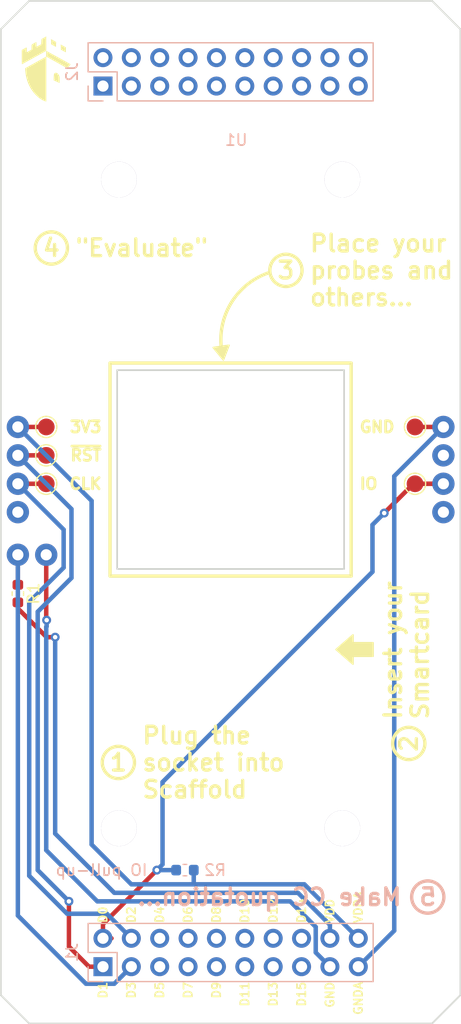
<source format=kicad_pcb>
(kicad_pcb (version 20171130) (host pcbnew 5.0.2-bee76a0~70~ubuntu18.04.1)

  (general
    (thickness 1.6)
    (drawings 60)
    (tracks 77)
    (zones 0)
    (modules 11)
    (nets 44)
  )

  (page A4)
  (title_block
    (title "Scaffold smartcard daughterboard")
    (date 2019-07-23)
    (company "LEDGER SAS")
    (comment 1 "Under LGPL v3 license")
  )

  (layers
    (0 F.Cu signal)
    (31 B.Cu signal)
    (32 B.Adhes user)
    (33 F.Adhes user)
    (34 B.Paste user)
    (35 F.Paste user)
    (36 B.SilkS user)
    (37 F.SilkS user)
    (38 B.Mask user)
    (39 F.Mask user)
    (40 Dwgs.User user)
    (41 Cmts.User user)
    (42 Eco1.User user)
    (43 Eco2.User user)
    (44 Edge.Cuts user)
    (45 Margin user)
    (46 B.CrtYd user)
    (47 F.CrtYd user)
    (48 B.Fab user hide)
    (49 F.Fab user hide)
  )

  (setup
    (last_trace_width 0.25)
    (trace_clearance 0.2)
    (zone_clearance 0.254)
    (zone_45_only no)
    (trace_min 0.2)
    (segment_width 0.2)
    (edge_width 0.15)
    (via_size 0.8)
    (via_drill 0.4)
    (via_min_size 0.4)
    (via_min_drill 0.3)
    (uvia_size 0.3)
    (uvia_drill 0.1)
    (uvias_allowed no)
    (uvia_min_size 0.2)
    (uvia_min_drill 0.1)
    (pcb_text_width 0.3)
    (pcb_text_size 1.5 1.5)
    (mod_edge_width 0.15)
    (mod_text_size 1 1)
    (mod_text_width 0.15)
    (pad_size 1.524 1.524)
    (pad_drill 0.762)
    (pad_to_mask_clearance 0.2)
    (solder_mask_min_width 0.25)
    (aux_axis_origin 0 0)
    (grid_origin 93.101017 97.131027)
    (visible_elements FFFFFF7F)
    (pcbplotparams
      (layerselection 0x010fc_ffffffff)
      (usegerberextensions false)
      (usegerberattributes false)
      (usegerberadvancedattributes false)
      (creategerberjobfile false)
      (excludeedgelayer true)
      (linewidth 0.100000)
      (plotframeref false)
      (viasonmask false)
      (mode 1)
      (useauxorigin false)
      (hpglpennumber 1)
      (hpglpenspeed 20)
      (hpglpendiameter 15.000000)
      (psnegative false)
      (psa4output false)
      (plotreference true)
      (plotvalue true)
      (plotinvisibletext false)
      (padsonsilk false)
      (subtractmaskfromsilk false)
      (outputformat 1)
      (mirror false)
      (drillshape 0)
      (scaleselection 1)
      (outputdirectory "gerber"))
  )

  (net 0 "")
  (net 1 GNDA)
  (net 2 GND)
  (net 3 "Net-(U1-Pad6)")
  (net 4 "Net-(U1-Pad8)")
  (net 5 "Net-(U1-Pad4)")
  (net 6 /D0_IO)
  (net 7 /D2_CLK)
  (net 8 /D1_~RST~)
  (net 9 /D3_SENSE)
  (net 10 VDDA)
  (net 11 VDD)
  (net 12 "Net-(J1-Pad5)")
  (net 13 "Net-(J1-Pad6)")
  (net 14 "Net-(J1-Pad7)")
  (net 15 "Net-(J1-Pad8)")
  (net 16 "Net-(J1-Pad9)")
  (net 17 "Net-(J1-Pad10)")
  (net 18 "Net-(J1-Pad11)")
  (net 19 "Net-(J1-Pad12)")
  (net 20 "Net-(J1-Pad13)")
  (net 21 "Net-(J1-Pad14)")
  (net 22 "Net-(J1-Pad15)")
  (net 23 "Net-(J1-Pad16)")
  (net 24 "Net-(J2-Pad20)")
  (net 25 "Net-(J2-Pad19)")
  (net 26 "Net-(J2-Pad18)")
  (net 27 "Net-(J2-Pad17)")
  (net 28 "Net-(J2-Pad16)")
  (net 29 "Net-(J2-Pad15)")
  (net 30 "Net-(J2-Pad14)")
  (net 31 "Net-(J2-Pad13)")
  (net 32 "Net-(J2-Pad12)")
  (net 33 "Net-(J2-Pad11)")
  (net 34 "Net-(J2-Pad10)")
  (net 35 "Net-(J2-Pad9)")
  (net 36 "Net-(J2-Pad8)")
  (net 37 "Net-(J2-Pad7)")
  (net 38 "Net-(J2-Pad6)")
  (net 39 "Net-(J2-Pad5)")
  (net 40 "Net-(J2-Pad4)")
  (net 41 "Net-(J2-Pad3)")
  (net 42 "Net-(J2-Pad2)")
  (net 43 "Net-(J2-Pad1)")

  (net_class Default "This is the default net class."
    (clearance 0.2)
    (trace_width 0.25)
    (via_dia 0.8)
    (via_drill 0.4)
    (uvia_dia 0.3)
    (uvia_drill 0.1)
    (add_net /D0_IO)
    (add_net /D1_~RST~)
    (add_net /D2_CLK)
    (add_net /D3_SENSE)
    (add_net GND)
    (add_net GNDA)
    (add_net "Net-(J1-Pad10)")
    (add_net "Net-(J1-Pad11)")
    (add_net "Net-(J1-Pad12)")
    (add_net "Net-(J1-Pad13)")
    (add_net "Net-(J1-Pad14)")
    (add_net "Net-(J1-Pad15)")
    (add_net "Net-(J1-Pad16)")
    (add_net "Net-(J1-Pad5)")
    (add_net "Net-(J1-Pad6)")
    (add_net "Net-(J1-Pad7)")
    (add_net "Net-(J1-Pad8)")
    (add_net "Net-(J1-Pad9)")
    (add_net "Net-(J2-Pad1)")
    (add_net "Net-(J2-Pad10)")
    (add_net "Net-(J2-Pad11)")
    (add_net "Net-(J2-Pad12)")
    (add_net "Net-(J2-Pad13)")
    (add_net "Net-(J2-Pad14)")
    (add_net "Net-(J2-Pad15)")
    (add_net "Net-(J2-Pad16)")
    (add_net "Net-(J2-Pad17)")
    (add_net "Net-(J2-Pad18)")
    (add_net "Net-(J2-Pad19)")
    (add_net "Net-(J2-Pad2)")
    (add_net "Net-(J2-Pad20)")
    (add_net "Net-(J2-Pad3)")
    (add_net "Net-(J2-Pad4)")
    (add_net "Net-(J2-Pad5)")
    (add_net "Net-(J2-Pad6)")
    (add_net "Net-(J2-Pad7)")
    (add_net "Net-(J2-Pad8)")
    (add_net "Net-(J2-Pad9)")
    (add_net "Net-(U1-Pad4)")
    (add_net "Net-(U1-Pad6)")
    (add_net "Net-(U1-Pad8)")
    (add_net VDD)
    (add_net VDDA)
  )

  (module mykicadlibs:AMPHENOL_SMARTCARD_7334L2622F04LF (layer B.Cu) (tedit 5C091C65) (tstamp 5C097D70)
    (at 112.151017 104.011027 270)
    (path /5C12C1B8)
    (fp_text reference U1 (at -32.534 -0.5) (layer B.SilkS)
      (effects (font (size 1 1) (thickness 0.15)) (justify mirror))
    )
    (fp_text value 7334L2622F04LF (at 0 0.5 270) (layer B.Fab)
      (effects (font (size 1 1) (thickness 0.15)) (justify mirror))
    )
    (fp_line (start -31 20) (end 31 20) (layer B.Fab) (width 0.15))
    (fp_line (start 31 20) (end 31 -20) (layer B.Fab) (width 0.15))
    (fp_line (start 31 -20) (end -31 -20) (layer B.Fab) (width 0.15))
    (fp_line (start -31 -20) (end -31 20) (layer B.Fab) (width 0.15))
    (fp_line (start -31.5 20.5) (end 31.5 20.5) (layer B.CrtYd) (width 0.15))
    (fp_line (start 31.5 20.5) (end 31.5 -20.5) (layer B.CrtYd) (width 0.15))
    (fp_line (start 31.5 -20.5) (end -31.5 -20.5) (layer B.CrtYd) (width 0.15))
    (fp_line (start -31.5 -20.5) (end -31.5 20.5) (layer B.CrtYd) (width 0.15))
    (fp_line (start -30 -20) (end -28 -15) (layer B.Fab) (width 0.15))
    (fp_line (start -28 -15) (end -28 18) (layer B.Fab) (width 0.15))
    (fp_line (start -28 18) (end 28 18) (layer B.Fab) (width 0.15))
    (fp_line (start 28 18) (end 28 -15) (layer B.Fab) (width 0.15))
    (fp_line (start 28 -15) (end 30 -20) (layer B.Fab) (width 0.15))
    (pad ~ thru_hole circle (at 29 -10 270) (size 3.2 3.2) (drill 3.2) (layers *.Cu *.Mask))
    (pad ~ thru_hole circle (at 29 10 270) (size 3.2 3.2) (drill 3.2) (layers *.Cu *.Mask))
    (pad ~ thru_hole circle (at -29 10 270) (size 3.2 3.2) (drill 3.2) (layers *.Cu *.Mask))
    (pad ~ thru_hole circle (at -29 -10 270) (size 3.2 3.2) (drill 3.2) (layers *.Cu *.Mask))
    (pad 5 thru_hole circle (at -6.88 -19.05 270) (size 2 2) (drill 1) (layers *.Cu *.Mask)
      (net 1 GNDA))
    (pad 6 thru_hole circle (at -4.34 -19.05 270) (size 2 2) (drill 1) (layers *.Cu *.Mask)
      (net 3 "Net-(U1-Pad6)"))
    (pad 7 thru_hole circle (at -1.8 -19.05 270) (size 2 2) (drill 1) (layers *.Cu *.Mask)
      (net 6 /D0_IO))
    (pad 8 thru_hole circle (at 0.74 -19.05 270) (size 2 2) (drill 1) (layers *.Cu *.Mask)
      (net 4 "Net-(U1-Pad8)"))
    (pad 1 thru_hole circle (at -6.88 19.05 270) (size 2 2) (drill 1) (layers *.Cu *.Mask)
      (net 10 VDDA))
    (pad 2 thru_hole circle (at -4.34 19.05 270) (size 2 2) (drill 1) (layers *.Cu *.Mask)
      (net 8 /D1_~RST~))
    (pad 3 thru_hole circle (at -1.8 19.05 270) (size 2 2) (drill 1) (layers *.Cu *.Mask)
      (net 7 /D2_CLK))
    (pad 4 thru_hole circle (at 0.74 19.05 270) (size 2 2) (drill 1) (layers *.Cu *.Mask)
      (net 5 "Net-(U1-Pad4)"))
    (pad 9 thru_hole circle (at 4.55 19.05 270) (size 2 2) (drill 1) (layers *.Cu *.Mask)
      (net 9 /D3_SENSE))
    (pad 10 thru_hole circle (at 4.55 16.51 270) (size 2 2) (drill 1) (layers *.Cu *.Mask)
      (net 2 GND))
    (model /home/ohe/projects/github/scaffold/daughter-boards/smartcard/models/7334L2622F04LFC.stp
      (at (xyz 0 0 0))
      (scale (xyz 1 1 1))
      (rotate (xyz -90 0 0))
    )
  )

  (module Connector_PinSocket_2.54mm:PinSocket_2x10_P2.54mm_Vertical (layer B.Cu) (tedit 5A19A427) (tstamp 5D390043)
    (at 100.721017 66.651027 270)
    (descr "Through hole straight socket strip, 2x10, 2.54mm pitch, double cols (from Kicad 4.0.7), script generated")
    (tags "Through hole socket strip THT 2x10 2.54mm double row")
    (path /5D3C47F2)
    (fp_text reference J2 (at -1.27 2.77 270) (layer B.SilkS)
      (effects (font (size 1 1) (thickness 0.15)) (justify mirror))
    )
    (fp_text value Conn_02x10_Odd_Even (at -1.27 -25.63 270) (layer B.Fab)
      (effects (font (size 1 1) (thickness 0.15)) (justify mirror))
    )
    (fp_text user %R (at -1.27 -11.43 180) (layer B.Fab)
      (effects (font (size 1 1) (thickness 0.15)) (justify mirror))
    )
    (fp_line (start -4.34 -24.6) (end -4.34 1.8) (layer B.CrtYd) (width 0.05))
    (fp_line (start 1.76 -24.6) (end -4.34 -24.6) (layer B.CrtYd) (width 0.05))
    (fp_line (start 1.76 1.8) (end 1.76 -24.6) (layer B.CrtYd) (width 0.05))
    (fp_line (start -4.34 1.8) (end 1.76 1.8) (layer B.CrtYd) (width 0.05))
    (fp_line (start 0 1.33) (end 1.33 1.33) (layer B.SilkS) (width 0.12))
    (fp_line (start 1.33 1.33) (end 1.33 0) (layer B.SilkS) (width 0.12))
    (fp_line (start -1.27 1.33) (end -1.27 -1.27) (layer B.SilkS) (width 0.12))
    (fp_line (start -1.27 -1.27) (end 1.33 -1.27) (layer B.SilkS) (width 0.12))
    (fp_line (start 1.33 -1.27) (end 1.33 -24.19) (layer B.SilkS) (width 0.12))
    (fp_line (start -3.87 -24.19) (end 1.33 -24.19) (layer B.SilkS) (width 0.12))
    (fp_line (start -3.87 1.33) (end -3.87 -24.19) (layer B.SilkS) (width 0.12))
    (fp_line (start -3.87 1.33) (end -1.27 1.33) (layer B.SilkS) (width 0.12))
    (fp_line (start -3.81 -24.13) (end -3.81 1.27) (layer B.Fab) (width 0.1))
    (fp_line (start 1.27 -24.13) (end -3.81 -24.13) (layer B.Fab) (width 0.1))
    (fp_line (start 1.27 0.27) (end 1.27 -24.13) (layer B.Fab) (width 0.1))
    (fp_line (start 0.27 1.27) (end 1.27 0.27) (layer B.Fab) (width 0.1))
    (fp_line (start -3.81 1.27) (end 0.27 1.27) (layer B.Fab) (width 0.1))
    (pad 20 thru_hole oval (at -2.54 -22.86 270) (size 1.7 1.7) (drill 1) (layers *.Cu *.Mask)
      (net 24 "Net-(J2-Pad20)"))
    (pad 19 thru_hole oval (at 0 -22.86 270) (size 1.7 1.7) (drill 1) (layers *.Cu *.Mask)
      (net 25 "Net-(J2-Pad19)"))
    (pad 18 thru_hole oval (at -2.54 -20.32 270) (size 1.7 1.7) (drill 1) (layers *.Cu *.Mask)
      (net 26 "Net-(J2-Pad18)"))
    (pad 17 thru_hole oval (at 0 -20.32 270) (size 1.7 1.7) (drill 1) (layers *.Cu *.Mask)
      (net 27 "Net-(J2-Pad17)"))
    (pad 16 thru_hole oval (at -2.54 -17.78 270) (size 1.7 1.7) (drill 1) (layers *.Cu *.Mask)
      (net 28 "Net-(J2-Pad16)"))
    (pad 15 thru_hole oval (at 0 -17.78 270) (size 1.7 1.7) (drill 1) (layers *.Cu *.Mask)
      (net 29 "Net-(J2-Pad15)"))
    (pad 14 thru_hole oval (at -2.54 -15.24 270) (size 1.7 1.7) (drill 1) (layers *.Cu *.Mask)
      (net 30 "Net-(J2-Pad14)"))
    (pad 13 thru_hole oval (at 0 -15.24 270) (size 1.7 1.7) (drill 1) (layers *.Cu *.Mask)
      (net 31 "Net-(J2-Pad13)"))
    (pad 12 thru_hole oval (at -2.54 -12.7 270) (size 1.7 1.7) (drill 1) (layers *.Cu *.Mask)
      (net 32 "Net-(J2-Pad12)"))
    (pad 11 thru_hole oval (at 0 -12.7 270) (size 1.7 1.7) (drill 1) (layers *.Cu *.Mask)
      (net 33 "Net-(J2-Pad11)"))
    (pad 10 thru_hole oval (at -2.54 -10.16 270) (size 1.7 1.7) (drill 1) (layers *.Cu *.Mask)
      (net 34 "Net-(J2-Pad10)"))
    (pad 9 thru_hole oval (at 0 -10.16 270) (size 1.7 1.7) (drill 1) (layers *.Cu *.Mask)
      (net 35 "Net-(J2-Pad9)"))
    (pad 8 thru_hole oval (at -2.54 -7.62 270) (size 1.7 1.7) (drill 1) (layers *.Cu *.Mask)
      (net 36 "Net-(J2-Pad8)"))
    (pad 7 thru_hole oval (at 0 -7.62 270) (size 1.7 1.7) (drill 1) (layers *.Cu *.Mask)
      (net 37 "Net-(J2-Pad7)"))
    (pad 6 thru_hole oval (at -2.54 -5.08 270) (size 1.7 1.7) (drill 1) (layers *.Cu *.Mask)
      (net 38 "Net-(J2-Pad6)"))
    (pad 5 thru_hole oval (at 0 -5.08 270) (size 1.7 1.7) (drill 1) (layers *.Cu *.Mask)
      (net 39 "Net-(J2-Pad5)"))
    (pad 4 thru_hole oval (at -2.54 -2.54 270) (size 1.7 1.7) (drill 1) (layers *.Cu *.Mask)
      (net 40 "Net-(J2-Pad4)"))
    (pad 3 thru_hole oval (at 0 -2.54 270) (size 1.7 1.7) (drill 1) (layers *.Cu *.Mask)
      (net 41 "Net-(J2-Pad3)"))
    (pad 2 thru_hole oval (at -2.54 0 270) (size 1.7 1.7) (drill 1) (layers *.Cu *.Mask)
      (net 42 "Net-(J2-Pad2)"))
    (pad 1 thru_hole rect (at 0 0 270) (size 1.7 1.7) (drill 1) (layers *.Cu *.Mask)
      (net 43 "Net-(J2-Pad1)"))
    (model ${KISYS3DMOD}/Connector_PinSocket_2.54mm.3dshapes/PinSocket_2x10_P2.54mm_Vertical.wrl
      (at (xyz 0 0 0))
      (scale (xyz 1 1 1))
      (rotate (xyz 0 0 0))
    )
  )

  (module Connector_PinSocket_2.54mm:PinSocket_2x10_P2.54mm_Vertical (layer B.Cu) (tedit 5A19A427) (tstamp 5D3900BE)
    (at 100.721017 145.391027 270)
    (descr "Through hole straight socket strip, 2x10, 2.54mm pitch, double cols (from Kicad 4.0.7), script generated")
    (tags "Through hole socket strip THT 2x10 2.54mm double row")
    (path /5D36170B)
    (fp_text reference J1 (at -1.27 2.77 270) (layer B.SilkS)
      (effects (font (size 1 1) (thickness 0.15)) (justify mirror))
    )
    (fp_text value Conn_02x10_Odd_Even (at -1.27 -25.63 270) (layer B.Fab)
      (effects (font (size 1 1) (thickness 0.15)) (justify mirror))
    )
    (fp_line (start -3.81 1.27) (end 0.27 1.27) (layer B.Fab) (width 0.1))
    (fp_line (start 0.27 1.27) (end 1.27 0.27) (layer B.Fab) (width 0.1))
    (fp_line (start 1.27 0.27) (end 1.27 -24.13) (layer B.Fab) (width 0.1))
    (fp_line (start 1.27 -24.13) (end -3.81 -24.13) (layer B.Fab) (width 0.1))
    (fp_line (start -3.81 -24.13) (end -3.81 1.27) (layer B.Fab) (width 0.1))
    (fp_line (start -3.87 1.33) (end -1.27 1.33) (layer B.SilkS) (width 0.12))
    (fp_line (start -3.87 1.33) (end -3.87 -24.19) (layer B.SilkS) (width 0.12))
    (fp_line (start -3.87 -24.19) (end 1.33 -24.19) (layer B.SilkS) (width 0.12))
    (fp_line (start 1.33 -1.27) (end 1.33 -24.19) (layer B.SilkS) (width 0.12))
    (fp_line (start -1.27 -1.27) (end 1.33 -1.27) (layer B.SilkS) (width 0.12))
    (fp_line (start -1.27 1.33) (end -1.27 -1.27) (layer B.SilkS) (width 0.12))
    (fp_line (start 1.33 1.33) (end 1.33 0) (layer B.SilkS) (width 0.12))
    (fp_line (start 0 1.33) (end 1.33 1.33) (layer B.SilkS) (width 0.12))
    (fp_line (start -4.34 1.8) (end 1.76 1.8) (layer B.CrtYd) (width 0.05))
    (fp_line (start 1.76 1.8) (end 1.76 -24.6) (layer B.CrtYd) (width 0.05))
    (fp_line (start 1.76 -24.6) (end -4.34 -24.6) (layer B.CrtYd) (width 0.05))
    (fp_line (start -4.34 -24.6) (end -4.34 1.8) (layer B.CrtYd) (width 0.05))
    (fp_text user %R (at -1.27 -11.43 180) (layer B.Fab)
      (effects (font (size 1 1) (thickness 0.15)) (justify mirror))
    )
    (pad 1 thru_hole rect (at 0 0 270) (size 1.7 1.7) (drill 1) (layers *.Cu *.Mask)
      (net 8 /D1_~RST~))
    (pad 2 thru_hole oval (at -2.54 0 270) (size 1.7 1.7) (drill 1) (layers *.Cu *.Mask)
      (net 6 /D0_IO))
    (pad 3 thru_hole oval (at 0 -2.54 270) (size 1.7 1.7) (drill 1) (layers *.Cu *.Mask)
      (net 9 /D3_SENSE))
    (pad 4 thru_hole oval (at -2.54 -2.54 270) (size 1.7 1.7) (drill 1) (layers *.Cu *.Mask)
      (net 7 /D2_CLK))
    (pad 5 thru_hole oval (at 0 -5.08 270) (size 1.7 1.7) (drill 1) (layers *.Cu *.Mask)
      (net 12 "Net-(J1-Pad5)"))
    (pad 6 thru_hole oval (at -2.54 -5.08 270) (size 1.7 1.7) (drill 1) (layers *.Cu *.Mask)
      (net 13 "Net-(J1-Pad6)"))
    (pad 7 thru_hole oval (at 0 -7.62 270) (size 1.7 1.7) (drill 1) (layers *.Cu *.Mask)
      (net 14 "Net-(J1-Pad7)"))
    (pad 8 thru_hole oval (at -2.54 -7.62 270) (size 1.7 1.7) (drill 1) (layers *.Cu *.Mask)
      (net 15 "Net-(J1-Pad8)"))
    (pad 9 thru_hole oval (at 0 -10.16 270) (size 1.7 1.7) (drill 1) (layers *.Cu *.Mask)
      (net 16 "Net-(J1-Pad9)"))
    (pad 10 thru_hole oval (at -2.54 -10.16 270) (size 1.7 1.7) (drill 1) (layers *.Cu *.Mask)
      (net 17 "Net-(J1-Pad10)"))
    (pad 11 thru_hole oval (at 0 -12.7 270) (size 1.7 1.7) (drill 1) (layers *.Cu *.Mask)
      (net 18 "Net-(J1-Pad11)"))
    (pad 12 thru_hole oval (at -2.54 -12.7 270) (size 1.7 1.7) (drill 1) (layers *.Cu *.Mask)
      (net 19 "Net-(J1-Pad12)"))
    (pad 13 thru_hole oval (at 0 -15.24 270) (size 1.7 1.7) (drill 1) (layers *.Cu *.Mask)
      (net 20 "Net-(J1-Pad13)"))
    (pad 14 thru_hole oval (at -2.54 -15.24 270) (size 1.7 1.7) (drill 1) (layers *.Cu *.Mask)
      (net 21 "Net-(J1-Pad14)"))
    (pad 15 thru_hole oval (at 0 -17.78 270) (size 1.7 1.7) (drill 1) (layers *.Cu *.Mask)
      (net 22 "Net-(J1-Pad15)"))
    (pad 16 thru_hole oval (at -2.54 -17.78 270) (size 1.7 1.7) (drill 1) (layers *.Cu *.Mask)
      (net 23 "Net-(J1-Pad16)"))
    (pad 17 thru_hole oval (at 0 -20.32 270) (size 1.7 1.7) (drill 1) (layers *.Cu *.Mask)
      (net 2 GND))
    (pad 18 thru_hole oval (at -2.54 -20.32 270) (size 1.7 1.7) (drill 1) (layers *.Cu *.Mask)
      (net 11 VDD))
    (pad 19 thru_hole oval (at 0 -22.86 270) (size 1.7 1.7) (drill 1) (layers *.Cu *.Mask)
      (net 1 GNDA))
    (pad 20 thru_hole oval (at -2.54 -22.86 270) (size 1.7 1.7) (drill 1) (layers *.Cu *.Mask)
      (net 10 VDDA))
    (model ${KISYS3DMOD}/Connector_PinSocket_2.54mm.3dshapes/PinSocket_2x10_P2.54mm_Vertical.wrl
      (at (xyz 0 0 0))
      (scale (xyz 1 1 1))
      (rotate (xyz 0 0 0))
    )
  )

  (module mykicadlibs:donjon-2000 (layer F.Cu) (tedit 0) (tstamp 5C099210)
    (at 95.641017 65.127027)
    (path /5C198C83)
    (fp_text reference LOGO1 (at 0 0) (layer F.SilkS) hide
      (effects (font (size 1.524 1.524) (thickness 0.3)))
    )
    (fp_text value DUNGEON_LOGO (at 0.75 0) (layer F.SilkS) hide
      (effects (font (size 1.524 1.524) (thickness 0.3)))
    )
    (fp_poly (pts (xy 0 0.894903) (xy 0 2.8956) (xy -0.034925 2.895367) (xy -0.062166 2.890507)
      (xy -0.105083 2.877722) (xy -0.15613 2.859371) (xy -0.1778 2.850727) (xy -0.358814 2.763797)
      (xy -0.538665 2.652773) (xy -0.71551 2.518949) (xy -0.887504 2.363621) (xy -0.926266 2.324906)
      (xy -1.112391 2.117539) (xy -1.279996 1.893433) (xy -1.42843 1.653902) (xy -1.557039 1.400262)
      (xy -1.665169 1.133827) (xy -1.752167 0.855914) (xy -1.817381 0.567836) (xy -1.827553 0.510293)
      (xy -1.835444 0.45773) (xy -1.8437 0.392725) (xy -1.85195 0.319507) (xy -1.859819 0.242307)
      (xy -1.866935 0.165353) (xy -1.872926 0.092876) (xy -1.877417 0.029106) (xy -1.880037 -0.021728)
      (xy -1.880412 -0.055395) (xy -1.878502 -0.067538) (xy -1.866767 -0.074213) (xy -1.834801 -0.092064)
      (xy -1.784605 -0.119984) (xy -1.71818 -0.156866) (xy -1.637528 -0.201602) (xy -1.544649 -0.253086)
      (xy -1.441545 -0.31021) (xy -1.330217 -0.371867) (xy -1.212667 -0.43695) (xy -1.090894 -0.504351)
      (xy -0.966902 -0.572963) (xy -0.842689 -0.64168) (xy -0.720259 -0.709393) (xy -0.601612 -0.774996)
      (xy -0.488749 -0.837381) (xy -0.383672 -0.895441) (xy -0.288382 -0.948069) (xy -0.204879 -0.994158)
      (xy -0.135165 -1.0326) (xy -0.081241 -1.062289) (xy -0.045109 -1.082116) (xy -0.02877 -1.090975)
      (xy -0.028575 -1.091076) (xy -0.000001 -1.105794) (xy 0 0.894903)) (layer F.SilkS) (width 0.01))
    (fp_poly (pts (xy 0.914236 0.344237) (xy 0.974478 0.371905) (xy 1.033178 0.418017) (xy 1.087583 0.481291)
      (xy 1.134943 0.560447) (xy 1.136688 0.564) (xy 1.159039 0.614309) (xy 1.175684 0.664025)
      (xy 1.187193 0.717688) (xy 1.194133 0.77984) (xy 1.197076 0.855022) (xy 1.19659 0.947775)
      (xy 1.194525 1.02529) (xy 1.18745 1.24413) (xy 0.6708 1.00965) (xy 0.676716 0.762)
      (xy 0.679784 0.662088) (xy 0.68414 0.583805) (xy 0.690533 0.523388) (xy 0.69971 0.47707)
      (xy 0.712422 0.441087) (xy 0.729417 0.411674) (xy 0.751444 0.385067) (xy 0.751773 0.384716)
      (xy 0.800132 0.349361) (xy 0.855204 0.336296) (xy 0.914236 0.344237)) (layer F.SilkS) (width 0.01))
    (fp_poly (pts (xy 0.02577 -1.606927) (xy 0.058501 -1.589693) (xy 0.109714 -1.562228) (xy 0.177538 -1.52556)
      (xy 0.260097 -1.480717) (xy 0.35552 -1.42873) (xy 0.461933 -1.370626) (xy 0.577463 -1.307435)
      (xy 0.700237 -1.240185) (xy 0.828381 -1.169906) (xy 0.960023 -1.097625) (xy 1.093289 -1.024373)
      (xy 1.226306 -0.951178) (xy 1.357202 -0.879068) (xy 1.484102 -0.809073) (xy 1.605134 -0.742222)
      (xy 1.718424 -0.679543) (xy 1.822099 -0.622065) (xy 1.914287 -0.570817) (xy 1.993114 -0.526828)
      (xy 2.056707 -0.491127) (xy 2.08915 -0.472759) (xy 2.129821 -0.44804) (xy 2.159448 -0.426991)
      (xy 2.173081 -0.413236) (xy 2.173328 -0.411113) (xy 2.163354 -0.397256) (xy 2.140233 -0.368959)
      (xy 2.10728 -0.330006) (xy 2.067814 -0.28418) (xy 2.025151 -0.235263) (xy 1.982609 -0.187039)
      (xy 1.943504 -0.143292) (xy 1.911153 -0.107805) (xy 1.888875 -0.08436) (xy 1.880106 -0.07668)
      (xy 1.868218 -0.082779) (xy 1.835772 -0.100326) (xy 1.784401 -0.128416) (xy 1.715744 -0.166147)
      (xy 1.631434 -0.212615) (xy 1.533109 -0.266918) (xy 1.422405 -0.328152) (xy 1.300956 -0.395414)
      (xy 1.1704 -0.467801) (xy 1.032371 -0.544409) (xy 0.9398 -0.59583) (xy 0.00635 -1.1145)
      (xy 0.002906 -1.3637) (xy 0.002133 -1.458996) (xy 0.002828 -1.530238) (xy 0.005047 -1.578733)
      (xy 0.008844 -1.605787) (xy 0.013394 -1.6129) (xy 0.02577 -1.606927)) (layer F.SilkS) (width 0.01))
    (fp_poly (pts (xy -0.003057 -2.268833) (xy -0.002598 -2.144146) (xy -0.002532 -2.027225) (xy -0.002833 -1.920516)
      (xy -0.003478 -1.826467) (xy -0.004443 -1.747524) (xy -0.005702 -1.686135) (xy -0.007234 -1.644747)
      (xy -0.009012 -1.625806) (xy -0.009407 -1.624916) (xy -0.021845 -1.61754) (xy -0.054681 -1.598963)
      (xy -0.106052 -1.570213) (xy -0.174092 -1.532317) (xy -0.256937 -1.486304) (xy -0.352724 -1.433201)
      (xy -0.459588 -1.374036) (xy -0.575665 -1.309837) (xy -0.699091 -1.241632) (xy -0.828001 -1.170448)
      (xy -0.960532 -1.097314) (xy -1.094818 -1.023257) (xy -1.228997 -0.949305) (xy -1.361203 -0.876486)
      (xy -1.489572 -0.805827) (xy -1.612241 -0.738358) (xy -1.727345 -0.675104) (xy -1.833019 -0.617095)
      (xy -1.9274 -0.565358) (xy -2.008624 -0.52092) (xy -2.074825 -0.484811) (xy -2.124141 -0.458057)
      (xy -2.154706 -0.441686) (xy -2.164444 -0.436741) (xy -2.169006 -0.436902) (xy -2.172823 -0.442532)
      (xy -2.175959 -0.45565) (xy -2.178481 -0.478273) (xy -2.180453 -0.512418) (xy -2.181941 -0.560103)
      (xy -2.183009 -0.623344) (xy -2.183724 -0.704159) (xy -2.184151 -0.804566) (xy -2.184354 -0.926581)
      (xy -2.1844 -1.053319) (xy -2.1844 -1.677555) (xy -2.155825 -1.705942) (xy -2.134545 -1.722182)
      (xy -2.096795 -1.746386) (xy -2.047346 -1.775922) (xy -1.990969 -1.808158) (xy -1.932435 -1.840461)
      (xy -1.876514 -1.870199) (xy -1.827978 -1.89474) (xy -1.791596 -1.911451) (xy -1.77214 -1.9177)
      (xy -1.772041 -1.917701) (xy -1.76476 -1.914598) (xy -1.759519 -1.903012) (xy -1.755999 -1.879525)
      (xy -1.753884 -1.840721) (xy -1.752857 -1.783181) (xy -1.7526 -1.70815) (xy -1.75215 -1.638412)
      (xy -1.750902 -1.578504) (xy -1.749015 -1.532611) (xy -1.746645 -1.504919) (xy -1.744729 -1.4986)
      (xy -1.731652 -1.504436) (xy -1.69991 -1.520686) (xy -1.653059 -1.545468) (xy -1.594659 -1.576898)
      (xy -1.528266 -1.613092) (xy -1.522827 -1.616075) (xy -1.308797 -1.73355) (xy -1.308449 -1.94345)
      (xy -1.307787 -2.027181) (xy -1.305933 -2.089043) (xy -1.302607 -2.132548) (xy -1.297527 -2.161211)
      (xy -1.290414 -2.178545) (xy -1.289577 -2.179795) (xy -1.271763 -2.195661) (xy -1.236939 -2.21936)
      (xy -1.189671 -2.2484) (xy -1.134523 -2.28029) (xy -1.076059 -2.312539) (xy -1.018844 -2.342656)
      (xy -0.967443 -2.368149) (xy -0.926421 -2.386528) (xy -0.90034 -2.395301) (xy -0.894534 -2.395395)
      (xy -0.887483 -2.388258) (xy -0.882436 -2.370838) (xy -0.879098 -2.339737) (xy -0.877176 -2.291557)
      (xy -0.876374 -2.222899) (xy -0.8763 -2.184799) (xy -0.87574 -2.116169) (xy -0.87419 -2.057477)
      (xy -0.87185 -2.012954) (xy -0.868917 -1.986833) (xy -0.866775 -1.981727) (xy -0.853198 -1.987825)
      (xy -0.821117 -2.004478) (xy -0.774142 -2.029745) (xy -0.715881 -2.061683) (xy -0.649945 -2.098351)
      (xy -0.6477 -2.099608) (xy -0.43815 -2.216963) (xy -0.4318 -2.435219) (xy -0.428988 -2.518102)
      (xy -0.425811 -2.579168) (xy -0.421866 -2.622001) (xy -0.416752 -2.650184) (xy -0.410067 -2.667301)
      (xy -0.405028 -2.673857) (xy -0.387438 -2.686628) (xy -0.351705 -2.709046) (xy -0.301998 -2.738619)
      (xy -0.242485 -2.772853) (xy -0.195478 -2.799224) (xy -0.00635 -2.904209) (xy -0.003057 -2.268833)) (layer F.SilkS) (width 0.01))
    (fp_poly (pts (xy 1.314163 -2.17854) (xy 1.344017 -2.162137) (xy 1.38941 -2.13705) (xy 1.447017 -2.105117)
      (xy 1.513514 -2.068176) (xy 1.529763 -2.059139) (xy 1.754929 -1.933877) (xy 1.753207 -1.719915)
      (xy 1.752455 -1.649106) (xy 1.751459 -1.5878) (xy 1.750315 -1.540225) (xy 1.74912 -1.510605)
      (xy 1.748236 -1.502703) (xy 1.73665 -1.507503) (xy 1.706291 -1.522795) (xy 1.660605 -1.546768)
      (xy 1.603042 -1.577609) (xy 1.537048 -1.613508) (xy 1.529718 -1.617525) (xy 1.31445 -1.735596)
      (xy 1.3081 -1.960018) (xy 1.30613 -2.032319) (xy 1.30457 -2.094935) (xy 1.303508 -2.143823)
      (xy 1.303033 -2.174943) (xy 1.303173 -2.18442) (xy 1.314163 -2.17854)) (layer F.SilkS) (width 0.01))
    (fp_poly (pts (xy 0.439282 -2.661099) (xy 0.470744 -2.644605) (xy 0.517646 -2.619335) (xy 0.576626 -2.587105)
      (xy 0.644322 -2.549731) (xy 0.666852 -2.537218) (xy 0.75421 -2.4878) (xy 0.81934 -2.449048)
      (xy 0.862875 -2.420552) (xy 0.885445 -2.401904) (xy 0.888579 -2.393444) (xy 0.884372 -2.376466)
      (xy 0.88038 -2.3388) (xy 0.876937 -2.285159) (xy 0.874379 -2.220255) (xy 0.873459 -2.180815)
      (xy 0.86995 -1.982176) (xy 0.4445 -2.215898) (xy 0.4445 -2.408873) (xy 0.443702 -2.478923)
      (xy 0.441508 -2.542167) (xy 0.438212 -2.593204) (xy 0.434113 -2.626637) (xy 0.432114 -2.634424)
      (xy 0.425303 -2.657968) (xy 0.42662 -2.667) (xy 0.439282 -2.661099)) (layer F.SilkS) (width 0.01))
  )

  (module Resistor_SMD:R_0603_1608Metric (layer B.Cu) (tedit 5B301BBD) (tstamp 5D39223B)
    (at 108.061517 136.755027)
    (descr "Resistor SMD 0603 (1608 Metric), square (rectangular) end terminal, IPC_7351 nominal, (Body size source: http://www.tortai-tech.com/upload/download/2011102023233369053.pdf), generated with kicad-footprint-generator")
    (tags resistor)
    (path /5C1849D9)
    (attr smd)
    (fp_text reference R2 (at 2.7 0) (layer B.SilkS)
      (effects (font (size 1 1) (thickness 0.15)) (justify mirror))
    )
    (fp_text value 10K (at 0 -1.43) (layer B.Fab)
      (effects (font (size 1 1) (thickness 0.15)) (justify mirror))
    )
    (fp_line (start -0.8 -0.4) (end -0.8 0.4) (layer B.Fab) (width 0.1))
    (fp_line (start -0.8 0.4) (end 0.8 0.4) (layer B.Fab) (width 0.1))
    (fp_line (start 0.8 0.4) (end 0.8 -0.4) (layer B.Fab) (width 0.1))
    (fp_line (start 0.8 -0.4) (end -0.8 -0.4) (layer B.Fab) (width 0.1))
    (fp_line (start -0.162779 0.51) (end 0.162779 0.51) (layer B.SilkS) (width 0.12))
    (fp_line (start -0.162779 -0.51) (end 0.162779 -0.51) (layer B.SilkS) (width 0.12))
    (fp_line (start -1.48 -0.73) (end -1.48 0.73) (layer B.CrtYd) (width 0.05))
    (fp_line (start -1.48 0.73) (end 1.48 0.73) (layer B.CrtYd) (width 0.05))
    (fp_line (start 1.48 0.73) (end 1.48 -0.73) (layer B.CrtYd) (width 0.05))
    (fp_line (start 1.48 -0.73) (end -1.48 -0.73) (layer B.CrtYd) (width 0.05))
    (fp_text user %R (at 0 0) (layer B.Fab)
      (effects (font (size 0.4 0.4) (thickness 0.06)) (justify mirror))
    )
    (pad 1 smd roundrect (at -0.7875 0) (size 0.875 0.95) (layers B.Cu B.Paste B.Mask) (roundrect_rratio 0.25)
      (net 6 /D0_IO))
    (pad 2 smd roundrect (at 0.7875 0) (size 0.875 0.95) (layers B.Cu B.Paste B.Mask) (roundrect_rratio 0.25)
      (net 10 VDDA))
    (model ${KISYS3DMOD}/Resistor_SMD.3dshapes/R_0603_1608Metric.wrl
      (at (xyz 0 0 0))
      (scale (xyz 1 1 1))
      (rotate (xyz 0 0 0))
    )
  )

  (module Resistor_SMD:R_0603_1608Metric (layer F.Cu) (tedit 5B301BBD) (tstamp 5C2FC173)
    (at 93.101017 112.031027 90)
    (descr "Resistor SMD 0603 (1608 Metric), square (rectangular) end terminal, IPC_7351 nominal, (Body size source: http://www.tortai-tech.com/upload/download/2011102023233369053.pdf), generated with kicad-footprint-generator")
    (tags resistor)
    (path /5C17CF9B)
    (attr smd)
    (fp_text reference R1 (at 0 1.4 90) (layer F.SilkS)
      (effects (font (size 1 1) (thickness 0.15)))
    )
    (fp_text value 100K (at 0 1.43 90) (layer F.Fab)
      (effects (font (size 1 1) (thickness 0.15)))
    )
    (fp_line (start -0.8 0.4) (end -0.8 -0.4) (layer F.Fab) (width 0.1))
    (fp_line (start -0.8 -0.4) (end 0.8 -0.4) (layer F.Fab) (width 0.1))
    (fp_line (start 0.8 -0.4) (end 0.8 0.4) (layer F.Fab) (width 0.1))
    (fp_line (start 0.8 0.4) (end -0.8 0.4) (layer F.Fab) (width 0.1))
    (fp_line (start -0.162779 -0.51) (end 0.162779 -0.51) (layer F.SilkS) (width 0.12))
    (fp_line (start -0.162779 0.51) (end 0.162779 0.51) (layer F.SilkS) (width 0.12))
    (fp_line (start -1.48 0.73) (end -1.48 -0.73) (layer F.CrtYd) (width 0.05))
    (fp_line (start -1.48 -0.73) (end 1.48 -0.73) (layer F.CrtYd) (width 0.05))
    (fp_line (start 1.48 -0.73) (end 1.48 0.73) (layer F.CrtYd) (width 0.05))
    (fp_line (start 1.48 0.73) (end -1.48 0.73) (layer F.CrtYd) (width 0.05))
    (fp_text user %R (at 0 0 90) (layer F.Fab)
      (effects (font (size 0.4 0.4) (thickness 0.06)))
    )
    (pad 1 smd roundrect (at -0.7875 0 90) (size 0.875 0.95) (layers F.Cu F.Paste F.Mask) (roundrect_rratio 0.25)
      (net 11 VDD))
    (pad 2 smd roundrect (at 0.7875 0 90) (size 0.875 0.95) (layers F.Cu F.Paste F.Mask) (roundrect_rratio 0.25)
      (net 9 /D3_SENSE))
    (model ${KISYS3DMOD}/Resistor_SMD.3dshapes/R_0603_1608Metric.wrl
      (at (xyz 0 0 0))
      (scale (xyz 1 1 1))
      (rotate (xyz 0 0 0))
    )
  )

  (module TestPoint:TestPoint_Pad_D1.5mm (layer F.Cu) (tedit 5C09207A) (tstamp 5C096A1A)
    (at 95.641017 102.211027)
    (descr "SMD pad as test Point, diameter 1.5mm")
    (tags "test point SMD pad")
    (path /5C138E43)
    (attr virtual)
    (fp_text reference TP20 (at 0 -1.648) (layer F.SilkS) hide
      (effects (font (size 1 1) (thickness 0.15)))
    )
    (fp_text value TestPoint (at 0 1.75) (layer F.Fab)
      (effects (font (size 1 1) (thickness 0.15)))
    )
    (fp_text user %R (at 0 -1.65) (layer F.Fab)
      (effects (font (size 1 1) (thickness 0.15)))
    )
    (fp_circle (center 0 0) (end 1.25 0) (layer F.CrtYd) (width 0.05))
    (fp_circle (center 0 0) (end 0 0.95) (layer F.SilkS) (width 0.12))
    (pad 1 smd circle (at 0 0) (size 1.5 1.5) (layers F.Cu F.Mask)
      (net 7 /D2_CLK))
  )

  (module TestPoint:TestPoint_Pad_D1.5mm (layer F.Cu) (tedit 5C092614) (tstamp 5C096908)
    (at 128.661017 102.211027)
    (descr "SMD pad as test Point, diameter 1.5mm")
    (tags "test point SMD pad")
    (path /5C150DE8)
    (attr virtual)
    (fp_text reference TP21 (at 0 -1.648) (layer F.SilkS) hide
      (effects (font (size 1 1) (thickness 0.15)))
    )
    (fp_text value TestPoint (at 0 1.75) (layer F.Fab)
      (effects (font (size 1 1) (thickness 0.15)))
    )
    (fp_circle (center 0 0) (end 0 0.95) (layer F.SilkS) (width 0.12))
    (fp_circle (center 0 0) (end 1.25 0) (layer F.CrtYd) (width 0.05))
    (fp_text user %R (at 0 -1.65) (layer F.Fab)
      (effects (font (size 1 1) (thickness 0.15)))
    )
    (pad 1 smd circle (at 0 0) (size 1.5 1.5) (layers F.Cu F.Mask)
      (net 6 /D0_IO))
  )

  (module TestPoint:TestPoint_Pad_D1.5mm (layer F.Cu) (tedit 5C092076) (tstamp 5C096900)
    (at 95.641017 99.671027)
    (descr "SMD pad as test Point, diameter 1.5mm")
    (tags "test point SMD pad")
    (path /5C138C10)
    (attr virtual)
    (fp_text reference TP19 (at 0 -1.648) (layer F.SilkS) hide
      (effects (font (size 1 1) (thickness 0.15)))
    )
    (fp_text value TestPoint (at 0 1.75) (layer F.Fab)
      (effects (font (size 1 1) (thickness 0.15)))
    )
    (fp_text user %R (at 0 -1.65) (layer F.Fab)
      (effects (font (size 1 1) (thickness 0.15)))
    )
    (fp_circle (center 0 0) (end 1.25 0) (layer F.CrtYd) (width 0.05))
    (fp_circle (center 0 0) (end 0 0.95) (layer F.SilkS) (width 0.12))
    (pad 1 smd circle (at 0 0) (size 1.5 1.5) (layers F.Cu F.Mask)
      (net 8 /D1_~RST~))
  )

  (module TestPoint:TestPoint_Pad_D1.5mm (layer F.Cu) (tedit 5A0F774F) (tstamp 5BA39B72)
    (at 95.641017 97.131027)
    (descr "SMD pad as test Point, diameter 1.5mm")
    (tags "test point SMD pad")
    (path /5BA3BEDB)
    (attr virtual)
    (fp_text reference TP33 (at 0 -1.648) (layer F.SilkS) hide
      (effects (font (size 1 1) (thickness 0.15)))
    )
    (fp_text value TestPoint (at 0 1.75) (layer F.Fab) hide
      (effects (font (size 1 1) (thickness 0.15)))
    )
    (fp_circle (center 0 0) (end 0 0.95) (layer F.SilkS) (width 0.12))
    (fp_circle (center 0 0) (end 1.25 0) (layer F.CrtYd) (width 0.05))
    (fp_text user %R (at 0 -1.65) (layer F.Fab)
      (effects (font (size 1 1) (thickness 0.15)))
    )
    (pad 1 smd circle (at 0 0) (size 1.5 1.5) (layers F.Cu F.Mask)
      (net 10 VDDA))
  )

  (module TestPoint:TestPoint_Pad_D1.5mm (layer F.Cu) (tedit 5A0F774F) (tstamp 5BA39C35)
    (at 128.661017 97.131027)
    (descr "SMD pad as test Point, diameter 1.5mm")
    (tags "test point SMD pad")
    (path /5BA3A935)
    (attr virtual)
    (fp_text reference TP18 (at 0 -1.648) (layer F.SilkS) hide
      (effects (font (size 1 1) (thickness 0.15)))
    )
    (fp_text value TestPoint (at 0 1.75) (layer F.Fab) hide
      (effects (font (size 1 1) (thickness 0.15)))
    )
    (fp_circle (center 0 0) (end 0 0.95) (layer F.SilkS) (width 0.12))
    (fp_circle (center 0 0) (end 1.25 0) (layer F.CrtYd) (width 0.05))
    (fp_text user %R (at 0 -1.65) (layer F.Fab)
      (effects (font (size 1 1) (thickness 0.15)))
    )
    (pad 1 smd circle (at 0 0) (size 1.5 1.5) (layers F.Cu F.Mask)
      (net 1 GNDA))
  )

  (gr_text "Insert your\nSmartcard" (at 127.901017 123.431027 90) (layer F.SilkS)
    (effects (font (size 1.5 1.5) (thickness 0.3)) (justify left))
  )
  (gr_text D0 (at 100.721017 141.581027 90) (layer F.SilkS) (tstamp 5D3906CA)
    (effects (font (size 0.75 0.75) (thickness 0.15)) (justify left))
  )
  (gr_text D2 (at 103.261017 141.581027 90) (layer F.SilkS) (tstamp 5D3906C7)
    (effects (font (size 0.75 0.75) (thickness 0.15)) (justify left))
  )
  (gr_text D4 (at 105.801017 141.581027 90) (layer F.SilkS) (tstamp 5D3906C4)
    (effects (font (size 0.75 0.75) (thickness 0.15)) (justify left))
  )
  (gr_text D6 (at 108.341017 141.581027 90) (layer F.SilkS) (tstamp 5D3906C1)
    (effects (font (size 0.75 0.75) (thickness 0.15)) (justify left))
  )
  (gr_text D8 (at 110.881017 141.581027 90) (layer F.SilkS) (tstamp 5D3906BE)
    (effects (font (size 0.75 0.75) (thickness 0.15)) (justify left))
  )
  (gr_text D10 (at 113.421017 141.581027 90) (layer F.SilkS) (tstamp 5D3906BB)
    (effects (font (size 0.75 0.75) (thickness 0.15)) (justify left))
  )
  (gr_text D12 (at 115.961017 141.581027 90) (layer F.SilkS) (tstamp 5D390681)
    (effects (font (size 0.75 0.75) (thickness 0.15)) (justify left))
  )
  (gr_text D14 (at 118.501017 141.581027 90) (layer F.SilkS) (tstamp 5D39067E)
    (effects (font (size 0.75 0.75) (thickness 0.15)) (justify left))
  )
  (gr_text VDD (at 121.041017 141.581027 90) (layer F.SilkS) (tstamp 5D39067B)
    (effects (font (size 0.75 0.75) (thickness 0.15)) (justify left))
  )
  (gr_text VDDA (at 123.581017 141.581027 90) (layer F.SilkS) (tstamp 5D39063A)
    (effects (font (size 0.75 0.75) (thickness 0.15)) (justify left))
  )
  (gr_text GNDA (at 123.581017 146.661027 90) (layer F.SilkS) (tstamp 5D390637)
    (effects (font (size 0.75 0.75) (thickness 0.15)) (justify right))
  )
  (gr_text GND (at 121.041017 146.661027 90) (layer F.SilkS) (tstamp 5D390634)
    (effects (font (size 0.75 0.75) (thickness 0.15)) (justify right))
  )
  (gr_text D15 (at 118.501017 146.661027 90) (layer F.SilkS) (tstamp 5D390631)
    (effects (font (size 0.75 0.75) (thickness 0.15)) (justify right))
  )
  (gr_text D13 (at 115.961017 146.661027 90) (layer F.SilkS) (tstamp 5D39062E)
    (effects (font (size 0.75 0.75) (thickness 0.15)) (justify right))
  )
  (gr_text D11 (at 113.421017 146.661027 90) (layer F.SilkS) (tstamp 5D39062B)
    (effects (font (size 0.75 0.75) (thickness 0.15)) (justify right))
  )
  (gr_text D9 (at 110.881017 146.661027 90) (layer F.SilkS) (tstamp 5D390628)
    (effects (font (size 0.75 0.75) (thickness 0.15)) (justify right))
  )
  (gr_text D7 (at 108.341017 146.661027 90) (layer F.SilkS) (tstamp 5D390625)
    (effects (font (size 0.75 0.75) (thickness 0.15)) (justify right))
  )
  (gr_text D5 (at 105.801017 146.661027 90) (layer F.SilkS) (tstamp 5D390622)
    (effects (font (size 0.75 0.75) (thickness 0.15)) (justify right))
  )
  (gr_text D3 (at 103.261017 146.661027 90) (layer F.SilkS) (tstamp 5D39061F)
    (effects (font (size 0.75 0.75) (thickness 0.15)) (justify right))
  )
  (gr_text D1 (at 100.721017 146.661027 90) (layer F.SilkS)
    (effects (font (size 0.75 0.75) (thickness 0.15)) (justify right))
  )
  (gr_line (start 132.725017 147.931027) (end 130.185017 150.471027) (layer Edge.Cuts) (width 0.15))
  (gr_line (start 132.725017 61.571027) (end 132.725017 147.931027) (layer Edge.Cuts) (width 0.15))
  (gr_line (start 91.577017 147.931027) (end 91.577017 61.571027) (layer Edge.Cuts) (width 0.15))
  (gr_line (start 94.117017 150.471027) (end 91.577017 147.931027) (layer Edge.Cuts) (width 0.15))
  (gr_line (start 94.117017 150.471027) (end 130.185017 150.471027) (layer Edge.Cuts) (width 0.15) (tstamp 5D3902E1))
  (gr_line (start 130.185017 59.031027) (end 132.725017 61.571027) (layer Edge.Cuts) (width 0.15))
  (gr_line (start 94.117017 59.031027) (end 130.185017 59.031027) (layer Edge.Cuts) (width 0.15))
  (gr_line (start 94.117017 59.031027) (end 91.577017 61.571027) (layer Edge.Cuts) (width 0.15) (tstamp 5D390170))
  (gr_text 5 (at 129.801017 139.163027) (layer B.SilkS) (tstamp 5C099AB2)
    (effects (font (size 1.5 1.5) (thickness 0.3)) (justify mirror))
  )
  (gr_text "Make CC quotation..." (at 127.601017 139.163027) (layer B.SilkS) (tstamp 5C0999F4)
    (effects (font (size 1.5 1.5) (thickness 0.3)) (justify left mirror))
  )
  (gr_circle (center 129.801017 139.163027) (end 131.243238 139.163027) (layer B.SilkS) (width 0.3) (tstamp 5C099AB5))
  (gr_line (start 101.356017 91.416027) (end 122.946017 91.416027) (layer F.SilkS) (width 0.3))
  (gr_line (start 101.356017 110.466027) (end 101.356017 91.416027) (layer F.SilkS) (width 0.3))
  (gr_line (start 122.946017 110.466027) (end 101.356017 110.466027) (layer F.SilkS) (width 0.3))
  (gr_line (start 122.946017 91.416027) (end 122.946017 110.466027) (layer F.SilkS) (width 0.3))
  (gr_text 4 (at 96.101017 81.131027) (layer F.SilkS) (tstamp 5C097FCD)
    (effects (font (size 1.5 1.5) (thickness 0.3)))
  )
  (gr_circle (center 96.101017 81.131027) (end 97.543238 81.131027) (layer F.SilkS) (width 0.3) (tstamp 5C097FCC))
  (gr_text "\"Evaluate\"" (at 98.101017 81.131027) (layer F.SilkS) (tstamp 5C097FC5)
    (effects (font (size 1.5 1.5) (thickness 0.3)) (justify left))
  )
  (gr_poly (pts (xy 111.501017 91.131027) (xy 110.601017 90.031027) (xy 112.001017 89.831027)) (layer F.SilkS) (width 0.15) (tstamp 5C098268))
  (gr_arc (start 117.601017 89.331027) (end 115.601017 83.331027) (angle -84.09385299) (layer F.SilkS) (width 0.3) (tstamp 5C098265))
  (gr_text 3 (at 117.101017 83.131027) (layer F.SilkS) (tstamp 5C097FAF)
    (effects (font (size 1.5 1.5) (thickness 0.3)))
  )
  (gr_circle (center 117.101017 83.131027) (end 118.543238 83.131027) (layer F.SilkS) (width 0.3) (tstamp 5C097FB2))
  (gr_text "Place your\nprobes and\nothers..." (at 119.101017 83.131027) (layer F.SilkS) (tstamp 5C097FAC)
    (effects (font (size 1.5 1.5) (thickness 0.3)) (justify left))
  )
  (gr_text 2 (at 128.101017 125.431027 90) (layer F.SilkS) (tstamp 5C097F4F)
    (effects (font (size 1.5 1.5) (thickness 0.3)))
  )
  (gr_circle (center 128.101017 125.431027) (end 128.101017 123.988806) (layer F.SilkS) (width 0.3) (tstamp 5C097F4E))
  (gr_text 1 (at 102.101017 127.131027) (layer F.SilkS)
    (effects (font (size 1.5 1.5) (thickness 0.3)))
  )
  (gr_circle (center 102.101017 127.131027) (end 103.543238 127.131027) (layer F.SilkS) (width 0.3))
  (gr_text "Plug the\nsocket into\nScaffold" (at 104.101017 127.131027) (layer F.SilkS) (tstamp 5C097F42)
    (effects (font (size 1.5 1.5) (thickness 0.3)) (justify left))
  )
  (gr_poly (pts (xy 124.901017 117.631027) (xy 123.101017 117.631027) (xy 123.101017 118.331027) (xy 121.601017 117.031027) (xy 123.101017 115.731027) (xy 123.101017 116.431027) (xy 124.901017 116.431027)) (layer F.SilkS) (width 0.15))
  (gr_text "IO pull-up" (at 104.785017 136.755027) (layer B.SilkS) (tstamp 5C097AEA)
    (effects (font (size 1 1) (thickness 0.15)) (justify left mirror))
  )
  (gr_text IO (at 123.581017 102.211027) (layer F.SilkS) (tstamp 5C096AC2)
    (effects (font (size 1 1) (thickness 0.25)) (justify left))
  )
  (gr_text CLK (at 100.721017 102.211027) (layer F.SilkS) (tstamp 5C096ABE)
    (effects (font (size 1 1) (thickness 0.25)) (justify right))
  )
  (gr_text ~RST (at 100.721017 99.671027) (layer F.SilkS) (tstamp 5C096AB9)
    (effects (font (size 1 1) (thickness 0.25)) (justify right))
  )
  (gr_line (start 101.991017 109.831027) (end 101.991017 92.051027) (layer Edge.Cuts) (width 0.15))
  (gr_line (start 122.311017 109.831027) (end 101.991017 109.831027) (layer Edge.Cuts) (width 0.15) (tstamp 5C0955F2))
  (gr_line (start 122.311017 92.051027) (end 122.311017 109.831027) (layer Edge.Cuts) (width 0.15))
  (gr_line (start 101.991017 92.051027) (end 122.311017 92.051027) (layer Edge.Cuts) (width 0.15))
  (gr_text GND (at 123.581017 97.131027) (layer F.SilkS) (tstamp 5C097060)
    (effects (font (size 1 1) (thickness 0.25)) (justify left))
  )
  (gr_text 3V3 (at 100.721017 97.131027) (layer F.SilkS) (tstamp 5BA3AD31)
    (effects (font (size 1 1) (thickness 0.25)) (justify right))
  )

  (segment (start 131.201017 97.131027) (end 128.661017 97.131027) (width 0.4) (layer F.Cu) (net 1))
  (segment (start 126.801017 142.171027) (end 123.581017 145.391027) (width 0.4) (layer B.Cu) (net 1))
  (segment (start 131.201017 97.131027) (end 126.801017 101.531027) (width 0.4) (layer B.Cu) (net 1))
  (segment (start 126.801017 101.531027) (end 126.801017 142.171027) (width 0.4) (layer B.Cu) (net 1))
  (via (at 95.679027 114.403027) (size 0.8) (drill 0.4) (layers F.Cu B.Cu) (net 2))
  (segment (start 95.641017 114.365017) (end 95.679027 114.403027) (width 0.4) (layer F.Cu) (net 2))
  (segment (start 95.641017 108.561027) (end 95.641017 114.365017) (width 0.4) (layer F.Cu) (net 2))
  (segment (start 95.641017 115.006722) (end 95.679027 114.968712) (width 0.4) (layer B.Cu) (net 2))
  (segment (start 95.679027 114.968712) (end 95.679027 114.403027) (width 0.4) (layer B.Cu) (net 2))
  (segment (start 121.041017 145.391027) (end 119.771017 144.121027) (width 0.4) (layer B.Cu) (net 2))
  (segment (start 119.771017 141.835027) (end 117.485017 139.549027) (width 0.4) (layer B.Cu) (net 2))
  (segment (start 119.771017 144.121027) (end 119.771017 141.835027) (width 0.4) (layer B.Cu) (net 2))
  (segment (start 117.485017 139.549027) (end 100.213017 139.549027) (width 0.4) (layer B.Cu) (net 2))
  (segment (start 100.213017 139.549027) (end 95.641017 134.977027) (width 0.4) (layer B.Cu) (net 2))
  (segment (start 95.641017 134.977027) (end 95.641017 115.006722) (width 0.4) (layer B.Cu) (net 2))
  (segment (start 128.661017 102.211027) (end 131.201017 102.211027) (width 0.4) (layer F.Cu) (net 6))
  (via (at 125.901017 104.831027) (size 0.8) (drill 0.4) (layers F.Cu B.Cu) (net 6))
  (segment (start 131.201017 102.211027) (end 128.521017 102.211027) (width 0.4) (layer F.Cu) (net 6))
  (segment (start 128.521017 102.211027) (end 125.901017 104.831027) (width 0.4) (layer F.Cu) (net 6))
  (segment (start 124.851017 110.085027) (end 106.055017 128.881027) (width 0.4) (layer B.Cu) (net 6))
  (segment (start 125.901017 104.831027) (end 124.851017 105.881027) (width 0.4) (layer B.Cu) (net 6))
  (segment (start 124.851017 105.881027) (end 124.851017 110.085027) (width 0.4) (layer B.Cu) (net 6))
  (segment (start 101.281017 142.851027) (end 100.721017 142.851027) (width 0.4) (layer F.Cu) (net 6))
  (segment (start 101.483017 142.851027) (end 100.721017 142.851027) (width 0.4) (layer F.Cu) (net 6))
  (via (at 105.547017 136.755027) (size 0.8) (drill 0.4) (layers F.Cu B.Cu) (net 6))
  (segment (start 106.055017 128.881027) (end 106.055017 136.247027) (width 0.4) (layer B.Cu) (net 6))
  (segment (start 106.055017 136.247027) (end 105.547017 136.755027) (width 0.4) (layer B.Cu) (net 6))
  (segment (start 100.721017 141.581027) (end 100.721017 142.851027) (width 0.4) (layer F.Cu) (net 6))
  (segment (start 105.547017 136.755027) (end 100.721017 141.581027) (width 0.4) (layer F.Cu) (net 6))
  (segment (start 107.274017 136.755027) (end 105.547017 136.755027) (width 0.4) (layer B.Cu) (net 6))
  (segment (start 95.641017 102.211027) (end 93.101017 102.211027) (width 0.4) (layer F.Cu) (net 7))
  (segment (start 102.411018 142.001028) (end 103.261017 142.851027) (width 0.4) (layer B.Cu) (net 7))
  (segment (start 101.067028 140.657038) (end 102.411018 142.001028) (width 0.4) (layer B.Cu) (net 7))
  (segment (start 97.201017 106.311027) (end 97.201017 109.708485) (width 0.4) (layer B.Cu) (net 7))
  (segment (start 97.201017 109.708485) (end 94.117017 112.792485) (width 0.4) (layer B.Cu) (net 7))
  (segment (start 93.101017 102.211027) (end 97.201017 106.311027) (width 0.4) (layer B.Cu) (net 7))
  (segment (start 94.117017 112.792485) (end 94.117017 137.263027) (width 0.4) (layer B.Cu) (net 7))
  (segment (start 94.117017 137.263027) (end 97.511028 140.657038) (width 0.4) (layer B.Cu) (net 7))
  (segment (start 97.511028 140.657038) (end 101.067028 140.657038) (width 0.4) (layer B.Cu) (net 7))
  (segment (start 93.101017 99.671027) (end 95.641017 99.671027) (width 0.4) (layer F.Cu) (net 8))
  (via (at 97.673017 139.549027) (size 0.8) (drill 0.4) (layers F.Cu B.Cu) (net 8))
  (segment (start 99.471017 145.391027) (end 100.721017 145.391027) (width 0.4) (layer F.Cu) (net 8))
  (segment (start 97.673017 143.593027) (end 99.471017 145.391027) (width 0.4) (layer F.Cu) (net 8))
  (segment (start 97.673017 139.549027) (end 97.673017 143.593027) (width 0.4) (layer F.Cu) (net 8))
  (segment (start 94.879017 113.653027) (end 97.901017 110.631027) (width 0.4) (layer B.Cu) (net 8))
  (segment (start 97.901017 104.471027) (end 93.101017 99.671027) (width 0.4) (layer B.Cu) (net 8))
  (segment (start 97.901017 110.631027) (end 97.901017 104.471027) (width 0.4) (layer B.Cu) (net 8))
  (segment (start 97.673017 139.549027) (end 94.879017 136.755027) (width 0.4) (layer B.Cu) (net 8))
  (segment (start 94.879017 136.755027) (end 94.879017 113.653027) (width 0.4) (layer B.Cu) (net 8))
  (segment (start 93.101017 109.043527) (end 93.101017 108.561027) (width 0.4) (layer F.Cu) (net 9))
  (segment (start 93.101017 108.561027) (end 93.101017 111.243527) (width 0.4) (layer F.Cu) (net 9))
  (segment (start 102.411018 146.241026) (end 103.261017 145.391027) (width 0.4) (layer B.Cu) (net 9))
  (segment (start 101.737017 146.915027) (end 102.411018 146.241026) (width 0.4) (layer B.Cu) (net 9))
  (segment (start 93.101017 108.561027) (end 93.101017 140.819027) (width 0.4) (layer B.Cu) (net 9))
  (segment (start 99.197017 146.915027) (end 101.737017 146.915027) (width 0.4) (layer B.Cu) (net 9))
  (segment (start 93.101017 140.819027) (end 99.197017 146.915027) (width 0.4) (layer B.Cu) (net 9))
  (segment (start 95.641017 97.131027) (end 93.101017 97.131027) (width 0.4) (layer F.Cu) (net 10))
  (segment (start 118.755017 138.025027) (end 121.041017 140.311027) (width 0.4) (layer B.Cu) (net 10))
  (segment (start 99.705017 134.469027) (end 103.261017 138.025027) (width 0.4) (layer B.Cu) (net 10))
  (segment (start 93.101017 97.131027) (end 99.705017 103.735027) (width 0.4) (layer B.Cu) (net 10))
  (segment (start 121.041017 140.311027) (end 123.581017 142.851027) (width 0.4) (layer B.Cu) (net 10))
  (segment (start 99.705017 103.735027) (end 99.705017 134.469027) (width 0.4) (layer B.Cu) (net 10))
  (segment (start 108.849017 137.330027) (end 108.849017 138.025027) (width 0.4) (layer B.Cu) (net 10))
  (segment (start 103.261017 138.025027) (end 108.849017 138.025027) (width 0.4) (layer B.Cu) (net 10))
  (segment (start 108.849017 136.755027) (end 108.849017 137.330027) (width 0.4) (layer B.Cu) (net 10))
  (segment (start 108.849017 138.025027) (end 118.755017 138.025027) (width 0.4) (layer B.Cu) (net 10))
  (segment (start 95.875342 115.927027) (end 96.441027 115.927027) (width 0.4) (layer F.Cu) (net 11))
  (segment (start 121.041017 142.851027) (end 121.041017 141.648946) (width 0.4) (layer B.Cu) (net 11))
  (segment (start 121.041017 141.648946) (end 118.179098 138.787027) (width 0.4) (layer B.Cu) (net 11))
  (segment (start 101.737017 138.787027) (end 96.441027 133.491037) (width 0.4) (layer B.Cu) (net 11))
  (segment (start 96.441027 116.492712) (end 96.441027 115.927027) (width 0.4) (layer B.Cu) (net 11))
  (segment (start 96.441027 133.491037) (end 96.441027 116.492712) (width 0.4) (layer B.Cu) (net 11))
  (segment (start 93.101017 113.356027) (end 95.672017 115.927027) (width 0.4) (layer F.Cu) (net 11))
  (segment (start 118.179098 138.787027) (end 101.737017 138.787027) (width 0.4) (layer B.Cu) (net 11))
  (segment (start 95.672017 115.927027) (end 95.875342 115.927027) (width 0.4) (layer F.Cu) (net 11))
  (segment (start 93.101017 112.818527) (end 93.101017 113.356027) (width 0.4) (layer F.Cu) (net 11))
  (via (at 96.441027 115.927027) (size 0.8) (drill 0.4) (layers F.Cu B.Cu) (net 11))

)

</source>
